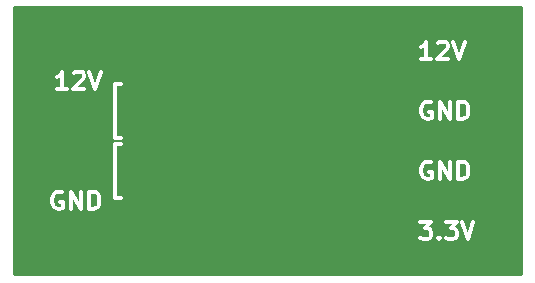
<source format=gbr>
G04 #@! TF.FileFunction,Legend,Top*
%FSLAX46Y46*%
G04 Gerber Fmt 4.6, Leading zero omitted, Abs format (unit mm)*
G04 Created by KiCad (PCBNEW 4.0.7) date 04/01/18 12:17:58*
%MOMM*%
%LPD*%
G01*
G04 APERTURE LIST*
%ADD10C,0.100000*%
%ADD11C,0.300000*%
G04 APERTURE END LIST*
D10*
D11*
G36*
X149710000Y-121770000D02*
X106830000Y-121770000D01*
X106830000Y-99210000D01*
X149710000Y-99210000D01*
X149710000Y-121770000D01*
X149710000Y-121770000D01*
G37*
X149710000Y-121770000D02*
X106830000Y-121770000D01*
X106830000Y-99210000D01*
X149710000Y-99210000D01*
X149710000Y-121770000D01*
%LPC*%
X115316000Y-115316000D02*
X115824000Y-115316000D01*
X115316000Y-110744000D02*
X115316000Y-115316000D01*
X115824000Y-110744000D02*
X115316000Y-110744000D01*
X115316000Y-110236000D02*
X115824000Y-110236000D01*
X115316000Y-105664000D02*
X115316000Y-110236000D01*
X115824000Y-105664000D02*
X115316000Y-105664000D01*
X110871428Y-114820000D02*
X110728571Y-114748571D01*
X110514285Y-114748571D01*
X110300000Y-114820000D01*
X110157142Y-114962857D01*
X110085714Y-115105714D01*
X110014285Y-115391429D01*
X110014285Y-115605714D01*
X110085714Y-115891429D01*
X110157142Y-116034286D01*
X110300000Y-116177143D01*
X110514285Y-116248571D01*
X110657142Y-116248571D01*
X110871428Y-116177143D01*
X110942857Y-116105714D01*
X110942857Y-115605714D01*
X110657142Y-115605714D01*
X111585714Y-116248571D02*
X111585714Y-114748571D01*
X112442857Y-116248571D01*
X112442857Y-114748571D01*
X113157143Y-116248571D02*
X113157143Y-114748571D01*
X113514286Y-114748571D01*
X113728571Y-114820000D01*
X113871429Y-114962857D01*
X113942857Y-115105714D01*
X114014286Y-115391429D01*
X114014286Y-115605714D01*
X113942857Y-115891429D01*
X113871429Y-116034286D01*
X113728571Y-116177143D01*
X113514286Y-116248571D01*
X113157143Y-116248571D01*
X111300001Y-106088571D02*
X110442858Y-106088571D01*
X110871430Y-106088571D02*
X110871430Y-104588571D01*
X110728573Y-104802857D01*
X110585715Y-104945714D01*
X110442858Y-105017143D01*
X111871429Y-104731429D02*
X111942858Y-104660000D01*
X112085715Y-104588571D01*
X112442858Y-104588571D01*
X112585715Y-104660000D01*
X112657144Y-104731429D01*
X112728572Y-104874286D01*
X112728572Y-105017143D01*
X112657144Y-105231429D01*
X111800001Y-106088571D01*
X112728572Y-106088571D01*
X113157143Y-104588571D02*
X113657143Y-106088571D01*
X114157143Y-104588571D01*
X141184286Y-117288571D02*
X142112857Y-117288571D01*
X141612857Y-117860000D01*
X141827143Y-117860000D01*
X141970000Y-117931429D01*
X142041429Y-118002857D01*
X142112857Y-118145714D01*
X142112857Y-118502857D01*
X142041429Y-118645714D01*
X141970000Y-118717143D01*
X141827143Y-118788571D01*
X141398571Y-118788571D01*
X141255714Y-118717143D01*
X141184286Y-118645714D01*
X142755714Y-118645714D02*
X142827142Y-118717143D01*
X142755714Y-118788571D01*
X142684285Y-118717143D01*
X142755714Y-118645714D01*
X142755714Y-118788571D01*
X143327143Y-117288571D02*
X144255714Y-117288571D01*
X143755714Y-117860000D01*
X143970000Y-117860000D01*
X144112857Y-117931429D01*
X144184286Y-118002857D01*
X144255714Y-118145714D01*
X144255714Y-118502857D01*
X144184286Y-118645714D01*
X144112857Y-118717143D01*
X143970000Y-118788571D01*
X143541428Y-118788571D01*
X143398571Y-118717143D01*
X143327143Y-118645714D01*
X144684285Y-117288571D02*
X145184285Y-118788571D01*
X145684285Y-117288571D01*
X142112857Y-112280000D02*
X141970000Y-112208571D01*
X141755714Y-112208571D01*
X141541429Y-112280000D01*
X141398571Y-112422857D01*
X141327143Y-112565714D01*
X141255714Y-112851429D01*
X141255714Y-113065714D01*
X141327143Y-113351429D01*
X141398571Y-113494286D01*
X141541429Y-113637143D01*
X141755714Y-113708571D01*
X141898571Y-113708571D01*
X142112857Y-113637143D01*
X142184286Y-113565714D01*
X142184286Y-113065714D01*
X141898571Y-113065714D01*
X142827143Y-113708571D02*
X142827143Y-112208571D01*
X143684286Y-113708571D01*
X143684286Y-112208571D01*
X144398572Y-113708571D02*
X144398572Y-112208571D01*
X144755715Y-112208571D01*
X144970000Y-112280000D01*
X145112858Y-112422857D01*
X145184286Y-112565714D01*
X145255715Y-112851429D01*
X145255715Y-113065714D01*
X145184286Y-113351429D01*
X145112858Y-113494286D01*
X144970000Y-113637143D01*
X144755715Y-113708571D01*
X144398572Y-113708571D01*
X142112857Y-107200000D02*
X141970000Y-107128571D01*
X141755714Y-107128571D01*
X141541429Y-107200000D01*
X141398571Y-107342857D01*
X141327143Y-107485714D01*
X141255714Y-107771429D01*
X141255714Y-107985714D01*
X141327143Y-108271429D01*
X141398571Y-108414286D01*
X141541429Y-108557143D01*
X141755714Y-108628571D01*
X141898571Y-108628571D01*
X142112857Y-108557143D01*
X142184286Y-108485714D01*
X142184286Y-107985714D01*
X141898571Y-107985714D01*
X142827143Y-108628571D02*
X142827143Y-107128571D01*
X143684286Y-108628571D01*
X143684286Y-107128571D01*
X144398572Y-108628571D02*
X144398572Y-107128571D01*
X144755715Y-107128571D01*
X144970000Y-107200000D01*
X145112858Y-107342857D01*
X145184286Y-107485714D01*
X145255715Y-107771429D01*
X145255715Y-107985714D01*
X145184286Y-108271429D01*
X145112858Y-108414286D01*
X144970000Y-108557143D01*
X144755715Y-108628571D01*
X144398572Y-108628571D01*
X142112857Y-103548571D02*
X141255714Y-103548571D01*
X141684286Y-103548571D02*
X141684286Y-102048571D01*
X141541429Y-102262857D01*
X141398571Y-102405714D01*
X141255714Y-102477143D01*
X142684285Y-102191429D02*
X142755714Y-102120000D01*
X142898571Y-102048571D01*
X143255714Y-102048571D01*
X143398571Y-102120000D01*
X143470000Y-102191429D01*
X143541428Y-102334286D01*
X143541428Y-102477143D01*
X143470000Y-102691429D01*
X142612857Y-103548571D01*
X143541428Y-103548571D01*
X143969999Y-102048571D02*
X144469999Y-103548571D01*
X144969999Y-102048571D01*
M02*

</source>
